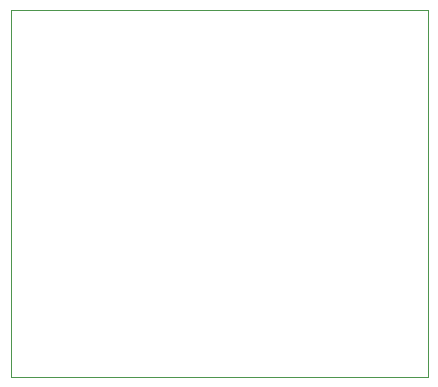
<source format=gbr>
G04 #@! TF.GenerationSoftware,KiCad,Pcbnew,(5.1.5)-3*
G04 #@! TF.CreationDate,2020-01-29T14:55:58+01:00*
G04 #@! TF.ProjectId,Adapter,41646170-7465-4722-9e6b-696361645f70,1*
G04 #@! TF.SameCoordinates,Original*
G04 #@! TF.FileFunction,Profile,NP*
%FSLAX46Y46*%
G04 Gerber Fmt 4.6, Leading zero omitted, Abs format (unit mm)*
G04 Created by KiCad (PCBNEW (5.1.5)-3) date 2020-01-29 14:55:58*
%MOMM*%
%LPD*%
G04 APERTURE LIST*
%ADD10C,0.050000*%
G04 APERTURE END LIST*
D10*
X128324800Y-111950000D02*
X163632800Y-111950000D01*
X128324800Y-80800000D02*
X163632800Y-80800000D01*
X163632800Y-80800000D02*
X163632800Y-111950000D01*
X128324800Y-80800000D02*
X128324800Y-111950000D01*
M02*

</source>
